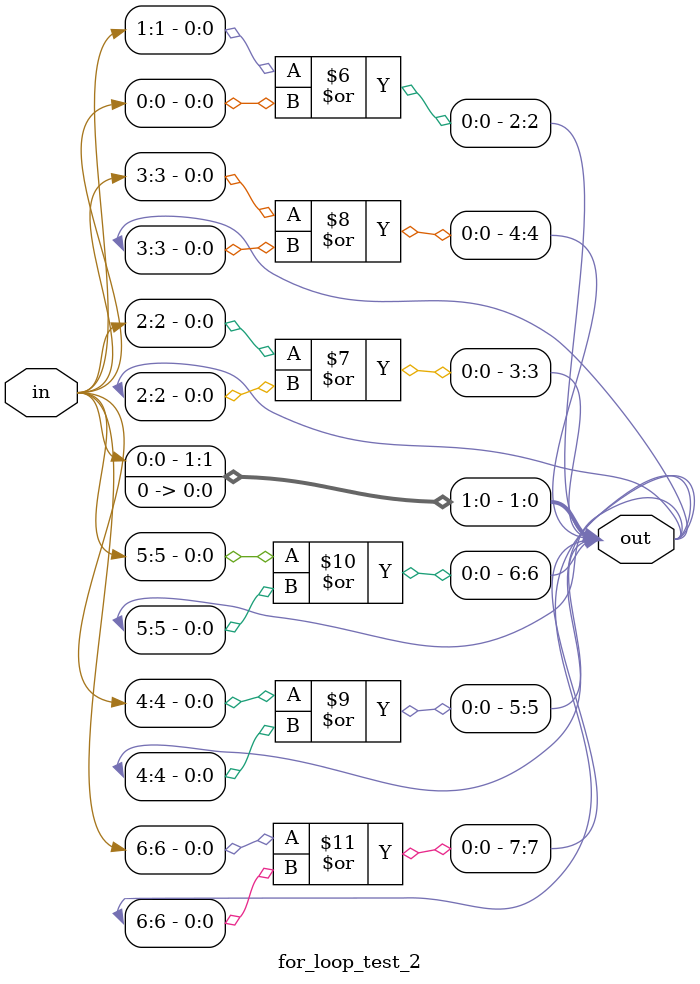
<source format=sv>

/*
Demonstrate use of for loops in RTL synthesis
for parameterizable combinational logic

in    out
0001  1110
0010  1100
0100  1000
1000  0000

Other values don't care
*/
`timescale 1ns/1ns

module for_loop_test_2 #(parameter int WIDTH=8)
  (
    input  logic [WIDTH-1:0] in ,
    output logic [WIDTH-1:0] out
  );
  
  //Obvious solution use case statement
  //but cannot parameterize
  
  always_comb begin
    out[0] = 1'b0;
    for(int i=1;i<WIDTH;i++) 
      out[i] = in[i-1] | out[i-1] ;
  end
  
endmodule
</source>
